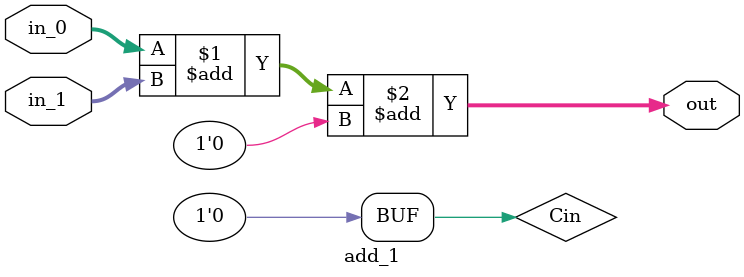
<source format=v>
`include "approximate/roy1/AMA_64bit_adder_bus.v"
`include "approximate/jiehan/Multiplier_appr_gate.v"
`include "approximate/jiehan/osu018_stdcells.v"

/*
 Approximate multiplier
 */
module mul_0(
	out, in_0, in_1
);
input wire [15:0] in_0, in_1;
output wire [31:0] out;

Multiplier_appr mul(out, in_0, in_1);

endmodule

/*
 * Accurate multiplier
 */
module mul_1(
	out, in_0, in_1
);
input wire [15:0] in_0, in_1;
output wire [31:0] out;

assign out = in_0 * in_1 ;

endmodule

/*
 * Approximate adder
 */
module add_0(
	 out, in_0, in_1
);
input wire [63:0] in_0, in_1;
output wire [63:0] out;
wire Cin, Cout;

assign Cin = 1'b0 ;

AMA_64bit_adder_bus add(Cout, out, in_0, in_1, Cin);

endmodule

/*
 * Accurate adder
 */
module add_1(
	 out, in_0, in_1
);
input wire [63:0] in_0, in_1;
output wire [63:0] out;
wire Cin, Cout;

assign Cin = 1'b0 ;
assign out = in_0 + in_1 + Cin;

endmodule

</source>
